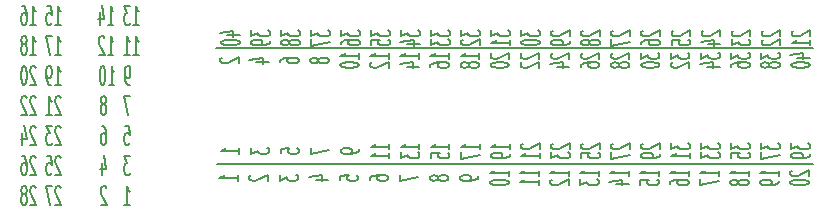
<source format=gbr>
%TF.GenerationSoftware,KiCad,Pcbnew,6.0.11*%
%TF.CreationDate,2024-12-01T18:54:20+01:00*%
%TF.ProjectId,MP6532_board_adapter,4d503635-3332-45f6-926f-6172645f6164,rev?*%
%TF.SameCoordinates,Original*%
%TF.FileFunction,Legend,Bot*%
%TF.FilePolarity,Positive*%
%FSLAX46Y46*%
G04 Gerber Fmt 4.6, Leading zero omitted, Abs format (unit mm)*
G04 Created by KiCad (PCBNEW 6.0.11) date 2024-12-01 18:54:20*
%MOMM*%
%LPD*%
G01*
G04 APERTURE LIST*
%ADD10C,0.150000*%
G04 APERTURE END LIST*
D10*
X35909047Y-39633361D02*
X36366190Y-39633361D01*
X36137619Y-39633361D02*
X36137619Y-38053361D01*
X36213809Y-38279076D01*
X36290000Y-38429552D01*
X36366190Y-38504790D01*
X35185238Y-38053361D02*
X35566190Y-38053361D01*
X35604285Y-38805742D01*
X35566190Y-38730504D01*
X35490000Y-38655266D01*
X35299523Y-38655266D01*
X35223333Y-38730504D01*
X35185238Y-38805742D01*
X35147142Y-38956219D01*
X35147142Y-39332409D01*
X35185238Y-39482885D01*
X35223333Y-39558123D01*
X35299523Y-39633361D01*
X35490000Y-39633361D01*
X35566190Y-39558123D01*
X35604285Y-39482885D01*
X33775714Y-39633361D02*
X34232857Y-39633361D01*
X34004285Y-39633361D02*
X34004285Y-38053361D01*
X34080476Y-38279076D01*
X34156666Y-38429552D01*
X34232857Y-38504790D01*
X33090000Y-38053361D02*
X33242380Y-38053361D01*
X33318571Y-38128600D01*
X33356666Y-38203838D01*
X33432857Y-38429552D01*
X33470952Y-38730504D01*
X33470952Y-39332409D01*
X33432857Y-39482885D01*
X33394761Y-39558123D01*
X33318571Y-39633361D01*
X33166190Y-39633361D01*
X33090000Y-39558123D01*
X33051904Y-39482885D01*
X33013809Y-39332409D01*
X33013809Y-38956219D01*
X33051904Y-38805742D01*
X33090000Y-38730504D01*
X33166190Y-38655266D01*
X33318571Y-38655266D01*
X33394761Y-38730504D01*
X33432857Y-38805742D01*
X33470952Y-38956219D01*
X35909047Y-42177161D02*
X36366190Y-42177161D01*
X36137619Y-42177161D02*
X36137619Y-40597161D01*
X36213809Y-40822876D01*
X36290000Y-40973352D01*
X36366190Y-41048590D01*
X35642380Y-40597161D02*
X35109047Y-40597161D01*
X35451904Y-42177161D01*
X33775714Y-42177161D02*
X34232857Y-42177161D01*
X34004285Y-42177161D02*
X34004285Y-40597161D01*
X34080476Y-40822876D01*
X34156666Y-40973352D01*
X34232857Y-41048590D01*
X33318571Y-41274304D02*
X33394761Y-41199066D01*
X33432857Y-41123828D01*
X33470952Y-40973352D01*
X33470952Y-40898114D01*
X33432857Y-40747638D01*
X33394761Y-40672400D01*
X33318571Y-40597161D01*
X33166190Y-40597161D01*
X33090000Y-40672400D01*
X33051904Y-40747638D01*
X33013809Y-40898114D01*
X33013809Y-40973352D01*
X33051904Y-41123828D01*
X33090000Y-41199066D01*
X33166190Y-41274304D01*
X33318571Y-41274304D01*
X33394761Y-41349542D01*
X33432857Y-41424780D01*
X33470952Y-41575257D01*
X33470952Y-41876209D01*
X33432857Y-42026685D01*
X33394761Y-42101923D01*
X33318571Y-42177161D01*
X33166190Y-42177161D01*
X33090000Y-42101923D01*
X33051904Y-42026685D01*
X33013809Y-41876209D01*
X33013809Y-41575257D01*
X33051904Y-41424780D01*
X33090000Y-41349542D01*
X33166190Y-41274304D01*
X35909047Y-44720961D02*
X36366190Y-44720961D01*
X36137619Y-44720961D02*
X36137619Y-43140961D01*
X36213809Y-43366676D01*
X36290000Y-43517152D01*
X36366190Y-43592390D01*
X35528095Y-44720961D02*
X35375714Y-44720961D01*
X35299523Y-44645723D01*
X35261428Y-44570485D01*
X35185238Y-44344771D01*
X35147142Y-44043819D01*
X35147142Y-43441914D01*
X35185238Y-43291438D01*
X35223333Y-43216200D01*
X35299523Y-43140961D01*
X35451904Y-43140961D01*
X35528095Y-43216200D01*
X35566190Y-43291438D01*
X35604285Y-43441914D01*
X35604285Y-43818104D01*
X35566190Y-43968580D01*
X35528095Y-44043819D01*
X35451904Y-44119057D01*
X35299523Y-44119057D01*
X35223333Y-44043819D01*
X35185238Y-43968580D01*
X35147142Y-43818104D01*
X34232857Y-43291438D02*
X34194761Y-43216200D01*
X34118571Y-43140961D01*
X33928095Y-43140961D01*
X33851904Y-43216200D01*
X33813809Y-43291438D01*
X33775714Y-43441914D01*
X33775714Y-43592390D01*
X33813809Y-43818104D01*
X34270952Y-44720961D01*
X33775714Y-44720961D01*
X33280476Y-43140961D02*
X33204285Y-43140961D01*
X33128095Y-43216200D01*
X33090000Y-43291438D01*
X33051904Y-43441914D01*
X33013809Y-43742866D01*
X33013809Y-44119057D01*
X33051904Y-44420009D01*
X33090000Y-44570485D01*
X33128095Y-44645723D01*
X33204285Y-44720961D01*
X33280476Y-44720961D01*
X33356666Y-44645723D01*
X33394761Y-44570485D01*
X33432857Y-44420009D01*
X33470952Y-44119057D01*
X33470952Y-43742866D01*
X33432857Y-43441914D01*
X33394761Y-43291438D01*
X33356666Y-43216200D01*
X33280476Y-43140961D01*
X36366190Y-45835238D02*
X36328095Y-45760000D01*
X36251904Y-45684761D01*
X36061428Y-45684761D01*
X35985238Y-45760000D01*
X35947142Y-45835238D01*
X35909047Y-45985714D01*
X35909047Y-46136190D01*
X35947142Y-46361904D01*
X36404285Y-47264761D01*
X35909047Y-47264761D01*
X35147142Y-47264761D02*
X35604285Y-47264761D01*
X35375714Y-47264761D02*
X35375714Y-45684761D01*
X35451904Y-45910476D01*
X35528095Y-46060952D01*
X35604285Y-46136190D01*
X34232857Y-45835238D02*
X34194761Y-45760000D01*
X34118571Y-45684761D01*
X33928095Y-45684761D01*
X33851904Y-45760000D01*
X33813809Y-45835238D01*
X33775714Y-45985714D01*
X33775714Y-46136190D01*
X33813809Y-46361904D01*
X34270952Y-47264761D01*
X33775714Y-47264761D01*
X33470952Y-45835238D02*
X33432857Y-45760000D01*
X33356666Y-45684761D01*
X33166190Y-45684761D01*
X33090000Y-45760000D01*
X33051904Y-45835238D01*
X33013809Y-45985714D01*
X33013809Y-46136190D01*
X33051904Y-46361904D01*
X33509047Y-47264761D01*
X33013809Y-47264761D01*
X36366190Y-48379038D02*
X36328095Y-48303800D01*
X36251904Y-48228561D01*
X36061428Y-48228561D01*
X35985238Y-48303800D01*
X35947142Y-48379038D01*
X35909047Y-48529514D01*
X35909047Y-48679990D01*
X35947142Y-48905704D01*
X36404285Y-49808561D01*
X35909047Y-49808561D01*
X35642380Y-48228561D02*
X35147142Y-48228561D01*
X35413809Y-48830466D01*
X35299523Y-48830466D01*
X35223333Y-48905704D01*
X35185238Y-48980942D01*
X35147142Y-49131419D01*
X35147142Y-49507609D01*
X35185238Y-49658085D01*
X35223333Y-49733323D01*
X35299523Y-49808561D01*
X35528095Y-49808561D01*
X35604285Y-49733323D01*
X35642380Y-49658085D01*
X34232857Y-48379038D02*
X34194761Y-48303800D01*
X34118571Y-48228561D01*
X33928095Y-48228561D01*
X33851904Y-48303800D01*
X33813809Y-48379038D01*
X33775714Y-48529514D01*
X33775714Y-48679990D01*
X33813809Y-48905704D01*
X34270952Y-49808561D01*
X33775714Y-49808561D01*
X33090000Y-48755228D02*
X33090000Y-49808561D01*
X33280476Y-48153323D02*
X33470952Y-49281895D01*
X32975714Y-49281895D01*
X36366190Y-50922838D02*
X36328095Y-50847600D01*
X36251904Y-50772361D01*
X36061428Y-50772361D01*
X35985238Y-50847600D01*
X35947142Y-50922838D01*
X35909047Y-51073314D01*
X35909047Y-51223790D01*
X35947142Y-51449504D01*
X36404285Y-52352361D01*
X35909047Y-52352361D01*
X35185238Y-50772361D02*
X35566190Y-50772361D01*
X35604285Y-51524742D01*
X35566190Y-51449504D01*
X35490000Y-51374266D01*
X35299523Y-51374266D01*
X35223333Y-51449504D01*
X35185238Y-51524742D01*
X35147142Y-51675219D01*
X35147142Y-52051409D01*
X35185238Y-52201885D01*
X35223333Y-52277123D01*
X35299523Y-52352361D01*
X35490000Y-52352361D01*
X35566190Y-52277123D01*
X35604285Y-52201885D01*
X34232857Y-50922838D02*
X34194761Y-50847600D01*
X34118571Y-50772361D01*
X33928095Y-50772361D01*
X33851904Y-50847600D01*
X33813809Y-50922838D01*
X33775714Y-51073314D01*
X33775714Y-51223790D01*
X33813809Y-51449504D01*
X34270952Y-52352361D01*
X33775714Y-52352361D01*
X33090000Y-50772361D02*
X33242380Y-50772361D01*
X33318571Y-50847600D01*
X33356666Y-50922838D01*
X33432857Y-51148552D01*
X33470952Y-51449504D01*
X33470952Y-52051409D01*
X33432857Y-52201885D01*
X33394761Y-52277123D01*
X33318571Y-52352361D01*
X33166190Y-52352361D01*
X33090000Y-52277123D01*
X33051904Y-52201885D01*
X33013809Y-52051409D01*
X33013809Y-51675219D01*
X33051904Y-51524742D01*
X33090000Y-51449504D01*
X33166190Y-51374266D01*
X33318571Y-51374266D01*
X33394761Y-51449504D01*
X33432857Y-51524742D01*
X33470952Y-51675219D01*
X36366190Y-53466638D02*
X36328095Y-53391400D01*
X36251904Y-53316161D01*
X36061428Y-53316161D01*
X35985238Y-53391400D01*
X35947142Y-53466638D01*
X35909047Y-53617114D01*
X35909047Y-53767590D01*
X35947142Y-53993304D01*
X36404285Y-54896161D01*
X35909047Y-54896161D01*
X35642380Y-53316161D02*
X35109047Y-53316161D01*
X35451904Y-54896161D01*
X34232857Y-53466638D02*
X34194761Y-53391400D01*
X34118571Y-53316161D01*
X33928095Y-53316161D01*
X33851904Y-53391400D01*
X33813809Y-53466638D01*
X33775714Y-53617114D01*
X33775714Y-53767590D01*
X33813809Y-53993304D01*
X34270952Y-54896161D01*
X33775714Y-54896161D01*
X33318571Y-53993304D02*
X33394761Y-53918066D01*
X33432857Y-53842828D01*
X33470952Y-53692352D01*
X33470952Y-53617114D01*
X33432857Y-53466638D01*
X33394761Y-53391400D01*
X33318571Y-53316161D01*
X33166190Y-53316161D01*
X33090000Y-53391400D01*
X33051904Y-53466638D01*
X33013809Y-53617114D01*
X33013809Y-53692352D01*
X33051904Y-53842828D01*
X33090000Y-53918066D01*
X33166190Y-53993304D01*
X33318571Y-53993304D01*
X33394761Y-54068542D01*
X33432857Y-54143780D01*
X33470952Y-54294257D01*
X33470952Y-54595209D01*
X33432857Y-54745685D01*
X33394761Y-54820923D01*
X33318571Y-54896161D01*
X33166190Y-54896161D01*
X33090000Y-54820923D01*
X33051904Y-54745685D01*
X33013809Y-54595209D01*
X33013809Y-54294257D01*
X33051904Y-54143780D01*
X33090000Y-54068542D01*
X33166190Y-53993304D01*
X42489047Y-39633361D02*
X42946190Y-39633361D01*
X42717619Y-39633361D02*
X42717619Y-38053361D01*
X42793809Y-38279076D01*
X42870000Y-38429552D01*
X42946190Y-38504790D01*
X42222380Y-38053361D02*
X41727142Y-38053361D01*
X41993809Y-38655266D01*
X41879523Y-38655266D01*
X41803333Y-38730504D01*
X41765238Y-38805742D01*
X41727142Y-38956219D01*
X41727142Y-39332409D01*
X41765238Y-39482885D01*
X41803333Y-39558123D01*
X41879523Y-39633361D01*
X42108095Y-39633361D01*
X42184285Y-39558123D01*
X42222380Y-39482885D01*
X40355714Y-39633361D02*
X40812857Y-39633361D01*
X40584285Y-39633361D02*
X40584285Y-38053361D01*
X40660476Y-38279076D01*
X40736666Y-38429552D01*
X40812857Y-38504790D01*
X39670000Y-38580028D02*
X39670000Y-39633361D01*
X39860476Y-37978123D02*
X40050952Y-39106695D01*
X39555714Y-39106695D01*
X42489047Y-42177161D02*
X42946190Y-42177161D01*
X42717619Y-42177161D02*
X42717619Y-40597161D01*
X42793809Y-40822876D01*
X42870000Y-40973352D01*
X42946190Y-41048590D01*
X41727142Y-42177161D02*
X42184285Y-42177161D01*
X41955714Y-42177161D02*
X41955714Y-40597161D01*
X42031904Y-40822876D01*
X42108095Y-40973352D01*
X42184285Y-41048590D01*
X40355714Y-42177161D02*
X40812857Y-42177161D01*
X40584285Y-42177161D02*
X40584285Y-40597161D01*
X40660476Y-40822876D01*
X40736666Y-40973352D01*
X40812857Y-41048590D01*
X40050952Y-40747638D02*
X40012857Y-40672400D01*
X39936666Y-40597161D01*
X39746190Y-40597161D01*
X39670000Y-40672400D01*
X39631904Y-40747638D01*
X39593809Y-40898114D01*
X39593809Y-41048590D01*
X39631904Y-41274304D01*
X40089047Y-42177161D01*
X39593809Y-42177161D01*
X42184285Y-44720961D02*
X42031904Y-44720961D01*
X41955714Y-44645723D01*
X41917619Y-44570485D01*
X41841428Y-44344771D01*
X41803333Y-44043819D01*
X41803333Y-43441914D01*
X41841428Y-43291438D01*
X41879523Y-43216200D01*
X41955714Y-43140961D01*
X42108095Y-43140961D01*
X42184285Y-43216200D01*
X42222380Y-43291438D01*
X42260476Y-43441914D01*
X42260476Y-43818104D01*
X42222380Y-43968580D01*
X42184285Y-44043819D01*
X42108095Y-44119057D01*
X41955714Y-44119057D01*
X41879523Y-44043819D01*
X41841428Y-43968580D01*
X41803333Y-43818104D01*
X40431904Y-44720961D02*
X40889047Y-44720961D01*
X40660476Y-44720961D02*
X40660476Y-43140961D01*
X40736666Y-43366676D01*
X40812857Y-43517152D01*
X40889047Y-43592390D01*
X39936666Y-43140961D02*
X39860476Y-43140961D01*
X39784285Y-43216200D01*
X39746190Y-43291438D01*
X39708095Y-43441914D01*
X39670000Y-43742866D01*
X39670000Y-44119057D01*
X39708095Y-44420009D01*
X39746190Y-44570485D01*
X39784285Y-44645723D01*
X39860476Y-44720961D01*
X39936666Y-44720961D01*
X40012857Y-44645723D01*
X40050952Y-44570485D01*
X40089047Y-44420009D01*
X40127142Y-44119057D01*
X40127142Y-43742866D01*
X40089047Y-43441914D01*
X40050952Y-43291438D01*
X40012857Y-43216200D01*
X39936666Y-43140961D01*
X42222380Y-45684761D02*
X41689047Y-45684761D01*
X42031904Y-47264761D01*
X40050952Y-46361904D02*
X40127142Y-46286666D01*
X40165238Y-46211428D01*
X40203333Y-46060952D01*
X40203333Y-45985714D01*
X40165238Y-45835238D01*
X40127142Y-45760000D01*
X40050952Y-45684761D01*
X39898571Y-45684761D01*
X39822380Y-45760000D01*
X39784285Y-45835238D01*
X39746190Y-45985714D01*
X39746190Y-46060952D01*
X39784285Y-46211428D01*
X39822380Y-46286666D01*
X39898571Y-46361904D01*
X40050952Y-46361904D01*
X40127142Y-46437142D01*
X40165238Y-46512380D01*
X40203333Y-46662857D01*
X40203333Y-46963809D01*
X40165238Y-47114285D01*
X40127142Y-47189523D01*
X40050952Y-47264761D01*
X39898571Y-47264761D01*
X39822380Y-47189523D01*
X39784285Y-47114285D01*
X39746190Y-46963809D01*
X39746190Y-46662857D01*
X39784285Y-46512380D01*
X39822380Y-46437142D01*
X39898571Y-46361904D01*
X41765238Y-48228561D02*
X42146190Y-48228561D01*
X42184285Y-48980942D01*
X42146190Y-48905704D01*
X42070000Y-48830466D01*
X41879523Y-48830466D01*
X41803333Y-48905704D01*
X41765238Y-48980942D01*
X41727142Y-49131419D01*
X41727142Y-49507609D01*
X41765238Y-49658085D01*
X41803333Y-49733323D01*
X41879523Y-49808561D01*
X42070000Y-49808561D01*
X42146190Y-49733323D01*
X42184285Y-49658085D01*
X39822380Y-48228561D02*
X39974761Y-48228561D01*
X40050952Y-48303800D01*
X40089047Y-48379038D01*
X40165238Y-48604752D01*
X40203333Y-48905704D01*
X40203333Y-49507609D01*
X40165238Y-49658085D01*
X40127142Y-49733323D01*
X40050952Y-49808561D01*
X39898571Y-49808561D01*
X39822380Y-49733323D01*
X39784285Y-49658085D01*
X39746190Y-49507609D01*
X39746190Y-49131419D01*
X39784285Y-48980942D01*
X39822380Y-48905704D01*
X39898571Y-48830466D01*
X40050952Y-48830466D01*
X40127142Y-48905704D01*
X40165238Y-48980942D01*
X40203333Y-49131419D01*
X42222380Y-50772361D02*
X41727142Y-50772361D01*
X41993809Y-51374266D01*
X41879523Y-51374266D01*
X41803333Y-51449504D01*
X41765238Y-51524742D01*
X41727142Y-51675219D01*
X41727142Y-52051409D01*
X41765238Y-52201885D01*
X41803333Y-52277123D01*
X41879523Y-52352361D01*
X42108095Y-52352361D01*
X42184285Y-52277123D01*
X42222380Y-52201885D01*
X39822380Y-51299028D02*
X39822380Y-52352361D01*
X40012857Y-50697123D02*
X40203333Y-51825695D01*
X39708095Y-51825695D01*
X41727142Y-54896161D02*
X42184285Y-54896161D01*
X41955714Y-54896161D02*
X41955714Y-53316161D01*
X42031904Y-53541876D01*
X42108095Y-53692352D01*
X42184285Y-53767590D01*
X40203333Y-53466638D02*
X40165238Y-53391400D01*
X40089047Y-53316161D01*
X39898571Y-53316161D01*
X39822380Y-53391400D01*
X39784285Y-53466638D01*
X39746190Y-53617114D01*
X39746190Y-53767590D01*
X39784285Y-53993304D01*
X40241428Y-54896161D01*
X39746190Y-54896161D01*
X49540000Y-41640000D02*
X100040000Y-41640000D01*
X49570000Y-51460000D02*
X100070000Y-51460000D01*
X50445328Y-40531428D02*
X51498661Y-40531428D01*
X49843423Y-40340952D02*
X50971995Y-40150476D01*
X50971995Y-40645714D01*
X49918661Y-41102857D02*
X49918661Y-41179047D01*
X49993900Y-41255238D01*
X50069138Y-41293333D01*
X50219614Y-41331428D01*
X50520566Y-41369523D01*
X50896757Y-41369523D01*
X51197709Y-41331428D01*
X51348185Y-41293333D01*
X51423423Y-41255238D01*
X51498661Y-41179047D01*
X51498661Y-41102857D01*
X51423423Y-41026666D01*
X51348185Y-40988571D01*
X51197709Y-40950476D01*
X50896757Y-40912380D01*
X50520566Y-40912380D01*
X50219614Y-40950476D01*
X50069138Y-40988571D01*
X49993900Y-41026666D01*
X49918661Y-41102857D01*
X52462461Y-40112380D02*
X52462461Y-40607619D01*
X53064366Y-40340952D01*
X53064366Y-40455238D01*
X53139604Y-40531428D01*
X53214842Y-40569523D01*
X53365319Y-40607619D01*
X53741509Y-40607619D01*
X53891985Y-40569523D01*
X53967223Y-40531428D01*
X54042461Y-40455238D01*
X54042461Y-40226666D01*
X53967223Y-40150476D01*
X53891985Y-40112380D01*
X54042461Y-40988571D02*
X54042461Y-41140952D01*
X53967223Y-41217142D01*
X53891985Y-41255238D01*
X53666271Y-41331428D01*
X53365319Y-41369523D01*
X52763414Y-41369523D01*
X52612938Y-41331428D01*
X52537700Y-41293333D01*
X52462461Y-41217142D01*
X52462461Y-41064761D01*
X52537700Y-40988571D01*
X52612938Y-40950476D01*
X52763414Y-40912380D01*
X53139604Y-40912380D01*
X53290080Y-40950476D01*
X53365319Y-40988571D01*
X53440557Y-41064761D01*
X53440557Y-41217142D01*
X53365319Y-41293333D01*
X53290080Y-41331428D01*
X53139604Y-41369523D01*
X55006261Y-40112380D02*
X55006261Y-40607619D01*
X55608166Y-40340952D01*
X55608166Y-40455238D01*
X55683404Y-40531428D01*
X55758642Y-40569523D01*
X55909119Y-40607619D01*
X56285309Y-40607619D01*
X56435785Y-40569523D01*
X56511023Y-40531428D01*
X56586261Y-40455238D01*
X56586261Y-40226666D01*
X56511023Y-40150476D01*
X56435785Y-40112380D01*
X55683404Y-41064761D02*
X55608166Y-40988571D01*
X55532928Y-40950476D01*
X55382452Y-40912380D01*
X55307214Y-40912380D01*
X55156738Y-40950476D01*
X55081500Y-40988571D01*
X55006261Y-41064761D01*
X55006261Y-41217142D01*
X55081500Y-41293333D01*
X55156738Y-41331428D01*
X55307214Y-41369523D01*
X55382452Y-41369523D01*
X55532928Y-41331428D01*
X55608166Y-41293333D01*
X55683404Y-41217142D01*
X55683404Y-41064761D01*
X55758642Y-40988571D01*
X55833880Y-40950476D01*
X55984357Y-40912380D01*
X56285309Y-40912380D01*
X56435785Y-40950476D01*
X56511023Y-40988571D01*
X56586261Y-41064761D01*
X56586261Y-41217142D01*
X56511023Y-41293333D01*
X56435785Y-41331428D01*
X56285309Y-41369523D01*
X55984357Y-41369523D01*
X55833880Y-41331428D01*
X55758642Y-41293333D01*
X55683404Y-41217142D01*
X57550061Y-40112380D02*
X57550061Y-40607619D01*
X58151966Y-40340952D01*
X58151966Y-40455238D01*
X58227204Y-40531428D01*
X58302442Y-40569523D01*
X58452919Y-40607619D01*
X58829109Y-40607619D01*
X58979585Y-40569523D01*
X59054823Y-40531428D01*
X59130061Y-40455238D01*
X59130061Y-40226666D01*
X59054823Y-40150476D01*
X58979585Y-40112380D01*
X57550061Y-40874285D02*
X57550061Y-41407619D01*
X59130061Y-41064761D01*
X60093861Y-40112380D02*
X60093861Y-40607619D01*
X60695766Y-40340952D01*
X60695766Y-40455238D01*
X60771004Y-40531428D01*
X60846242Y-40569523D01*
X60996719Y-40607619D01*
X61372909Y-40607619D01*
X61523385Y-40569523D01*
X61598623Y-40531428D01*
X61673861Y-40455238D01*
X61673861Y-40226666D01*
X61598623Y-40150476D01*
X61523385Y-40112380D01*
X60093861Y-41293333D02*
X60093861Y-41140952D01*
X60169100Y-41064761D01*
X60244338Y-41026666D01*
X60470052Y-40950476D01*
X60771004Y-40912380D01*
X61372909Y-40912380D01*
X61523385Y-40950476D01*
X61598623Y-40988571D01*
X61673861Y-41064761D01*
X61673861Y-41217142D01*
X61598623Y-41293333D01*
X61523385Y-41331428D01*
X61372909Y-41369523D01*
X60996719Y-41369523D01*
X60846242Y-41331428D01*
X60771004Y-41293333D01*
X60695766Y-41217142D01*
X60695766Y-41064761D01*
X60771004Y-40988571D01*
X60846242Y-40950476D01*
X60996719Y-40912380D01*
X62637661Y-40112380D02*
X62637661Y-40607619D01*
X63239566Y-40340952D01*
X63239566Y-40455238D01*
X63314804Y-40531428D01*
X63390042Y-40569523D01*
X63540519Y-40607619D01*
X63916709Y-40607619D01*
X64067185Y-40569523D01*
X64142423Y-40531428D01*
X64217661Y-40455238D01*
X64217661Y-40226666D01*
X64142423Y-40150476D01*
X64067185Y-40112380D01*
X62637661Y-41331428D02*
X62637661Y-40950476D01*
X63390042Y-40912380D01*
X63314804Y-40950476D01*
X63239566Y-41026666D01*
X63239566Y-41217142D01*
X63314804Y-41293333D01*
X63390042Y-41331428D01*
X63540519Y-41369523D01*
X63916709Y-41369523D01*
X64067185Y-41331428D01*
X64142423Y-41293333D01*
X64217661Y-41217142D01*
X64217661Y-41026666D01*
X64142423Y-40950476D01*
X64067185Y-40912380D01*
X65181461Y-40112380D02*
X65181461Y-40607619D01*
X65783366Y-40340952D01*
X65783366Y-40455238D01*
X65858604Y-40531428D01*
X65933842Y-40569523D01*
X66084319Y-40607619D01*
X66460509Y-40607619D01*
X66610985Y-40569523D01*
X66686223Y-40531428D01*
X66761461Y-40455238D01*
X66761461Y-40226666D01*
X66686223Y-40150476D01*
X66610985Y-40112380D01*
X65708128Y-41293333D02*
X66761461Y-41293333D01*
X65106223Y-41102857D02*
X66234795Y-40912380D01*
X66234795Y-41407619D01*
X67725261Y-40112380D02*
X67725261Y-40607619D01*
X68327166Y-40340952D01*
X68327166Y-40455238D01*
X68402404Y-40531428D01*
X68477642Y-40569523D01*
X68628119Y-40607619D01*
X69004309Y-40607619D01*
X69154785Y-40569523D01*
X69230023Y-40531428D01*
X69305261Y-40455238D01*
X69305261Y-40226666D01*
X69230023Y-40150476D01*
X69154785Y-40112380D01*
X67725261Y-40874285D02*
X67725261Y-41369523D01*
X68327166Y-41102857D01*
X68327166Y-41217142D01*
X68402404Y-41293333D01*
X68477642Y-41331428D01*
X68628119Y-41369523D01*
X69004309Y-41369523D01*
X69154785Y-41331428D01*
X69230023Y-41293333D01*
X69305261Y-41217142D01*
X69305261Y-40988571D01*
X69230023Y-40912380D01*
X69154785Y-40874285D01*
X70269061Y-40112380D02*
X70269061Y-40607619D01*
X70870966Y-40340952D01*
X70870966Y-40455238D01*
X70946204Y-40531428D01*
X71021442Y-40569523D01*
X71171919Y-40607619D01*
X71548109Y-40607619D01*
X71698585Y-40569523D01*
X71773823Y-40531428D01*
X71849061Y-40455238D01*
X71849061Y-40226666D01*
X71773823Y-40150476D01*
X71698585Y-40112380D01*
X70419538Y-40912380D02*
X70344300Y-40950476D01*
X70269061Y-41026666D01*
X70269061Y-41217142D01*
X70344300Y-41293333D01*
X70419538Y-41331428D01*
X70570014Y-41369523D01*
X70720490Y-41369523D01*
X70946204Y-41331428D01*
X71849061Y-40874285D01*
X71849061Y-41369523D01*
X72812861Y-40112380D02*
X72812861Y-40607619D01*
X73414766Y-40340952D01*
X73414766Y-40455238D01*
X73490004Y-40531428D01*
X73565242Y-40569523D01*
X73715719Y-40607619D01*
X74091909Y-40607619D01*
X74242385Y-40569523D01*
X74317623Y-40531428D01*
X74392861Y-40455238D01*
X74392861Y-40226666D01*
X74317623Y-40150476D01*
X74242385Y-40112380D01*
X74392861Y-41369523D02*
X74392861Y-40912380D01*
X74392861Y-41140952D02*
X72812861Y-41140952D01*
X73038576Y-41064761D01*
X73189052Y-40988571D01*
X73264290Y-40912380D01*
X75356661Y-40112380D02*
X75356661Y-40607619D01*
X75958566Y-40340952D01*
X75958566Y-40455238D01*
X76033804Y-40531428D01*
X76109042Y-40569523D01*
X76259519Y-40607619D01*
X76635709Y-40607619D01*
X76786185Y-40569523D01*
X76861423Y-40531428D01*
X76936661Y-40455238D01*
X76936661Y-40226666D01*
X76861423Y-40150476D01*
X76786185Y-40112380D01*
X75356661Y-41102857D02*
X75356661Y-41179047D01*
X75431900Y-41255238D01*
X75507138Y-41293333D01*
X75657614Y-41331428D01*
X75958566Y-41369523D01*
X76334757Y-41369523D01*
X76635709Y-41331428D01*
X76786185Y-41293333D01*
X76861423Y-41255238D01*
X76936661Y-41179047D01*
X76936661Y-41102857D01*
X76861423Y-41026666D01*
X76786185Y-40988571D01*
X76635709Y-40950476D01*
X76334757Y-40912380D01*
X75958566Y-40912380D01*
X75657614Y-40950476D01*
X75507138Y-40988571D01*
X75431900Y-41026666D01*
X75356661Y-41102857D01*
X78050938Y-40150476D02*
X77975700Y-40188571D01*
X77900461Y-40264761D01*
X77900461Y-40455238D01*
X77975700Y-40531428D01*
X78050938Y-40569523D01*
X78201414Y-40607619D01*
X78351890Y-40607619D01*
X78577604Y-40569523D01*
X79480461Y-40112380D01*
X79480461Y-40607619D01*
X79480461Y-40988571D02*
X79480461Y-41140952D01*
X79405223Y-41217142D01*
X79329985Y-41255238D01*
X79104271Y-41331428D01*
X78803319Y-41369523D01*
X78201414Y-41369523D01*
X78050938Y-41331428D01*
X77975700Y-41293333D01*
X77900461Y-41217142D01*
X77900461Y-41064761D01*
X77975700Y-40988571D01*
X78050938Y-40950476D01*
X78201414Y-40912380D01*
X78577604Y-40912380D01*
X78728080Y-40950476D01*
X78803319Y-40988571D01*
X78878557Y-41064761D01*
X78878557Y-41217142D01*
X78803319Y-41293333D01*
X78728080Y-41331428D01*
X78577604Y-41369523D01*
X80594738Y-40150476D02*
X80519500Y-40188571D01*
X80444261Y-40264761D01*
X80444261Y-40455238D01*
X80519500Y-40531428D01*
X80594738Y-40569523D01*
X80745214Y-40607619D01*
X80895690Y-40607619D01*
X81121404Y-40569523D01*
X82024261Y-40112380D01*
X82024261Y-40607619D01*
X81121404Y-41064761D02*
X81046166Y-40988571D01*
X80970928Y-40950476D01*
X80820452Y-40912380D01*
X80745214Y-40912380D01*
X80594738Y-40950476D01*
X80519500Y-40988571D01*
X80444261Y-41064761D01*
X80444261Y-41217142D01*
X80519500Y-41293333D01*
X80594738Y-41331428D01*
X80745214Y-41369523D01*
X80820452Y-41369523D01*
X80970928Y-41331428D01*
X81046166Y-41293333D01*
X81121404Y-41217142D01*
X81121404Y-41064761D01*
X81196642Y-40988571D01*
X81271880Y-40950476D01*
X81422357Y-40912380D01*
X81723309Y-40912380D01*
X81873785Y-40950476D01*
X81949023Y-40988571D01*
X82024261Y-41064761D01*
X82024261Y-41217142D01*
X81949023Y-41293333D01*
X81873785Y-41331428D01*
X81723309Y-41369523D01*
X81422357Y-41369523D01*
X81271880Y-41331428D01*
X81196642Y-41293333D01*
X81121404Y-41217142D01*
X83138538Y-40150476D02*
X83063300Y-40188571D01*
X82988061Y-40264761D01*
X82988061Y-40455238D01*
X83063300Y-40531428D01*
X83138538Y-40569523D01*
X83289014Y-40607619D01*
X83439490Y-40607619D01*
X83665204Y-40569523D01*
X84568061Y-40112380D01*
X84568061Y-40607619D01*
X82988061Y-40874285D02*
X82988061Y-41407619D01*
X84568061Y-41064761D01*
X85682338Y-40150476D02*
X85607100Y-40188571D01*
X85531861Y-40264761D01*
X85531861Y-40455238D01*
X85607100Y-40531428D01*
X85682338Y-40569523D01*
X85832814Y-40607619D01*
X85983290Y-40607619D01*
X86209004Y-40569523D01*
X87111861Y-40112380D01*
X87111861Y-40607619D01*
X85531861Y-41293333D02*
X85531861Y-41140952D01*
X85607100Y-41064761D01*
X85682338Y-41026666D01*
X85908052Y-40950476D01*
X86209004Y-40912380D01*
X86810909Y-40912380D01*
X86961385Y-40950476D01*
X87036623Y-40988571D01*
X87111861Y-41064761D01*
X87111861Y-41217142D01*
X87036623Y-41293333D01*
X86961385Y-41331428D01*
X86810909Y-41369523D01*
X86434719Y-41369523D01*
X86284242Y-41331428D01*
X86209004Y-41293333D01*
X86133766Y-41217142D01*
X86133766Y-41064761D01*
X86209004Y-40988571D01*
X86284242Y-40950476D01*
X86434719Y-40912380D01*
X88226138Y-40150476D02*
X88150900Y-40188571D01*
X88075661Y-40264761D01*
X88075661Y-40455238D01*
X88150900Y-40531428D01*
X88226138Y-40569523D01*
X88376614Y-40607619D01*
X88527090Y-40607619D01*
X88752804Y-40569523D01*
X89655661Y-40112380D01*
X89655661Y-40607619D01*
X88075661Y-41331428D02*
X88075661Y-40950476D01*
X88828042Y-40912380D01*
X88752804Y-40950476D01*
X88677566Y-41026666D01*
X88677566Y-41217142D01*
X88752804Y-41293333D01*
X88828042Y-41331428D01*
X88978519Y-41369523D01*
X89354709Y-41369523D01*
X89505185Y-41331428D01*
X89580423Y-41293333D01*
X89655661Y-41217142D01*
X89655661Y-41026666D01*
X89580423Y-40950476D01*
X89505185Y-40912380D01*
X90769938Y-40150476D02*
X90694700Y-40188571D01*
X90619461Y-40264761D01*
X90619461Y-40455238D01*
X90694700Y-40531428D01*
X90769938Y-40569523D01*
X90920414Y-40607619D01*
X91070890Y-40607619D01*
X91296604Y-40569523D01*
X92199461Y-40112380D01*
X92199461Y-40607619D01*
X91146128Y-41293333D02*
X92199461Y-41293333D01*
X90544223Y-41102857D02*
X91672795Y-40912380D01*
X91672795Y-41407619D01*
X93313738Y-40150476D02*
X93238500Y-40188571D01*
X93163261Y-40264761D01*
X93163261Y-40455238D01*
X93238500Y-40531428D01*
X93313738Y-40569523D01*
X93464214Y-40607619D01*
X93614690Y-40607619D01*
X93840404Y-40569523D01*
X94743261Y-40112380D01*
X94743261Y-40607619D01*
X93163261Y-40874285D02*
X93163261Y-41369523D01*
X93765166Y-41102857D01*
X93765166Y-41217142D01*
X93840404Y-41293333D01*
X93915642Y-41331428D01*
X94066119Y-41369523D01*
X94442309Y-41369523D01*
X94592785Y-41331428D01*
X94668023Y-41293333D01*
X94743261Y-41217142D01*
X94743261Y-40988571D01*
X94668023Y-40912380D01*
X94592785Y-40874285D01*
X95857538Y-40150476D02*
X95782300Y-40188571D01*
X95707061Y-40264761D01*
X95707061Y-40455238D01*
X95782300Y-40531428D01*
X95857538Y-40569523D01*
X96008014Y-40607619D01*
X96158490Y-40607619D01*
X96384204Y-40569523D01*
X97287061Y-40112380D01*
X97287061Y-40607619D01*
X95857538Y-40912380D02*
X95782300Y-40950476D01*
X95707061Y-41026666D01*
X95707061Y-41217142D01*
X95782300Y-41293333D01*
X95857538Y-41331428D01*
X96008014Y-41369523D01*
X96158490Y-41369523D01*
X96384204Y-41331428D01*
X97287061Y-40874285D01*
X97287061Y-41369523D01*
X98401338Y-40150476D02*
X98326100Y-40188571D01*
X98250861Y-40264761D01*
X98250861Y-40455238D01*
X98326100Y-40531428D01*
X98401338Y-40569523D01*
X98551814Y-40607619D01*
X98702290Y-40607619D01*
X98928004Y-40569523D01*
X99830861Y-40112380D01*
X99830861Y-40607619D01*
X99830861Y-41369523D02*
X99830861Y-40912380D01*
X99830861Y-41140952D02*
X98250861Y-41140952D01*
X98476576Y-41064761D01*
X98627052Y-40988571D01*
X98702290Y-40912380D01*
X51378661Y-52818571D02*
X51378661Y-52361428D01*
X51378661Y-52590000D02*
X49798661Y-52590000D01*
X50024376Y-52513809D01*
X50174852Y-52437619D01*
X50250090Y-52361428D01*
X52492938Y-52361428D02*
X52417700Y-52399523D01*
X52342461Y-52475714D01*
X52342461Y-52666190D01*
X52417700Y-52742380D01*
X52492938Y-52780476D01*
X52643414Y-52818571D01*
X52793890Y-52818571D01*
X53019604Y-52780476D01*
X53922461Y-52323333D01*
X53922461Y-52818571D01*
X54886261Y-52323333D02*
X54886261Y-52818571D01*
X55488166Y-52551904D01*
X55488166Y-52666190D01*
X55563404Y-52742380D01*
X55638642Y-52780476D01*
X55789119Y-52818571D01*
X56165309Y-52818571D01*
X56315785Y-52780476D01*
X56391023Y-52742380D01*
X56466261Y-52666190D01*
X56466261Y-52437619D01*
X56391023Y-52361428D01*
X56315785Y-52323333D01*
X57956728Y-52742380D02*
X59010061Y-52742380D01*
X57354823Y-52551904D02*
X58483395Y-52361428D01*
X58483395Y-52856666D01*
X59973861Y-52780476D02*
X59973861Y-52399523D01*
X60726242Y-52361428D01*
X60651004Y-52399523D01*
X60575766Y-52475714D01*
X60575766Y-52666190D01*
X60651004Y-52742380D01*
X60726242Y-52780476D01*
X60876719Y-52818571D01*
X61252909Y-52818571D01*
X61403385Y-52780476D01*
X61478623Y-52742380D01*
X61553861Y-52666190D01*
X61553861Y-52475714D01*
X61478623Y-52399523D01*
X61403385Y-52361428D01*
X62517661Y-52742380D02*
X62517661Y-52590000D01*
X62592900Y-52513809D01*
X62668138Y-52475714D01*
X62893852Y-52399523D01*
X63194804Y-52361428D01*
X63796709Y-52361428D01*
X63947185Y-52399523D01*
X64022423Y-52437619D01*
X64097661Y-52513809D01*
X64097661Y-52666190D01*
X64022423Y-52742380D01*
X63947185Y-52780476D01*
X63796709Y-52818571D01*
X63420519Y-52818571D01*
X63270042Y-52780476D01*
X63194804Y-52742380D01*
X63119566Y-52666190D01*
X63119566Y-52513809D01*
X63194804Y-52437619D01*
X63270042Y-52399523D01*
X63420519Y-52361428D01*
X65061461Y-52323333D02*
X65061461Y-52856666D01*
X66641461Y-52513809D01*
X68282404Y-52513809D02*
X68207166Y-52437619D01*
X68131928Y-52399523D01*
X67981452Y-52361428D01*
X67906214Y-52361428D01*
X67755738Y-52399523D01*
X67680500Y-52437619D01*
X67605261Y-52513809D01*
X67605261Y-52666190D01*
X67680500Y-52742380D01*
X67755738Y-52780476D01*
X67906214Y-52818571D01*
X67981452Y-52818571D01*
X68131928Y-52780476D01*
X68207166Y-52742380D01*
X68282404Y-52666190D01*
X68282404Y-52513809D01*
X68357642Y-52437619D01*
X68432880Y-52399523D01*
X68583357Y-52361428D01*
X68884309Y-52361428D01*
X69034785Y-52399523D01*
X69110023Y-52437619D01*
X69185261Y-52513809D01*
X69185261Y-52666190D01*
X69110023Y-52742380D01*
X69034785Y-52780476D01*
X68884309Y-52818571D01*
X68583357Y-52818571D01*
X68432880Y-52780476D01*
X68357642Y-52742380D01*
X68282404Y-52666190D01*
X71729061Y-52437619D02*
X71729061Y-52590000D01*
X71653823Y-52666190D01*
X71578585Y-52704285D01*
X71352871Y-52780476D01*
X71051919Y-52818571D01*
X70450014Y-52818571D01*
X70299538Y-52780476D01*
X70224300Y-52742380D01*
X70149061Y-52666190D01*
X70149061Y-52513809D01*
X70224300Y-52437619D01*
X70299538Y-52399523D01*
X70450014Y-52361428D01*
X70826204Y-52361428D01*
X70976680Y-52399523D01*
X71051919Y-52437619D01*
X71127157Y-52513809D01*
X71127157Y-52666190D01*
X71051919Y-52742380D01*
X70976680Y-52780476D01*
X70826204Y-52818571D01*
X74272861Y-52437619D02*
X74272861Y-51980476D01*
X74272861Y-52209047D02*
X72692861Y-52209047D01*
X72918576Y-52132857D01*
X73069052Y-52056666D01*
X73144290Y-51980476D01*
X72692861Y-52932857D02*
X72692861Y-53009047D01*
X72768100Y-53085238D01*
X72843338Y-53123333D01*
X72993814Y-53161428D01*
X73294766Y-53199523D01*
X73670957Y-53199523D01*
X73971909Y-53161428D01*
X74122385Y-53123333D01*
X74197623Y-53085238D01*
X74272861Y-53009047D01*
X74272861Y-52932857D01*
X74197623Y-52856666D01*
X74122385Y-52818571D01*
X73971909Y-52780476D01*
X73670957Y-52742380D01*
X73294766Y-52742380D01*
X72993814Y-52780476D01*
X72843338Y-52818571D01*
X72768100Y-52856666D01*
X72692861Y-52932857D01*
X76816661Y-52437619D02*
X76816661Y-51980476D01*
X76816661Y-52209047D02*
X75236661Y-52209047D01*
X75462376Y-52132857D01*
X75612852Y-52056666D01*
X75688090Y-51980476D01*
X76816661Y-53199523D02*
X76816661Y-52742380D01*
X76816661Y-52970952D02*
X75236661Y-52970952D01*
X75462376Y-52894761D01*
X75612852Y-52818571D01*
X75688090Y-52742380D01*
X79360461Y-52437619D02*
X79360461Y-51980476D01*
X79360461Y-52209047D02*
X77780461Y-52209047D01*
X78006176Y-52132857D01*
X78156652Y-52056666D01*
X78231890Y-51980476D01*
X77930938Y-52742380D02*
X77855700Y-52780476D01*
X77780461Y-52856666D01*
X77780461Y-53047142D01*
X77855700Y-53123333D01*
X77930938Y-53161428D01*
X78081414Y-53199523D01*
X78231890Y-53199523D01*
X78457604Y-53161428D01*
X79360461Y-52704285D01*
X79360461Y-53199523D01*
X81904261Y-52437619D02*
X81904261Y-51980476D01*
X81904261Y-52209047D02*
X80324261Y-52209047D01*
X80549976Y-52132857D01*
X80700452Y-52056666D01*
X80775690Y-51980476D01*
X80324261Y-52704285D02*
X80324261Y-53199523D01*
X80926166Y-52932857D01*
X80926166Y-53047142D01*
X81001404Y-53123333D01*
X81076642Y-53161428D01*
X81227119Y-53199523D01*
X81603309Y-53199523D01*
X81753785Y-53161428D01*
X81829023Y-53123333D01*
X81904261Y-53047142D01*
X81904261Y-52818571D01*
X81829023Y-52742380D01*
X81753785Y-52704285D01*
X84448061Y-52437619D02*
X84448061Y-51980476D01*
X84448061Y-52209047D02*
X82868061Y-52209047D01*
X83093776Y-52132857D01*
X83244252Y-52056666D01*
X83319490Y-51980476D01*
X83394728Y-53123333D02*
X84448061Y-53123333D01*
X82792823Y-52932857D02*
X83921395Y-52742380D01*
X83921395Y-53237619D01*
X86991861Y-52437619D02*
X86991861Y-51980476D01*
X86991861Y-52209047D02*
X85411861Y-52209047D01*
X85637576Y-52132857D01*
X85788052Y-52056666D01*
X85863290Y-51980476D01*
X85411861Y-53161428D02*
X85411861Y-52780476D01*
X86164242Y-52742380D01*
X86089004Y-52780476D01*
X86013766Y-52856666D01*
X86013766Y-53047142D01*
X86089004Y-53123333D01*
X86164242Y-53161428D01*
X86314719Y-53199523D01*
X86690909Y-53199523D01*
X86841385Y-53161428D01*
X86916623Y-53123333D01*
X86991861Y-53047142D01*
X86991861Y-52856666D01*
X86916623Y-52780476D01*
X86841385Y-52742380D01*
X89535661Y-52437619D02*
X89535661Y-51980476D01*
X89535661Y-52209047D02*
X87955661Y-52209047D01*
X88181376Y-52132857D01*
X88331852Y-52056666D01*
X88407090Y-51980476D01*
X87955661Y-53123333D02*
X87955661Y-52970952D01*
X88030900Y-52894761D01*
X88106138Y-52856666D01*
X88331852Y-52780476D01*
X88632804Y-52742380D01*
X89234709Y-52742380D01*
X89385185Y-52780476D01*
X89460423Y-52818571D01*
X89535661Y-52894761D01*
X89535661Y-53047142D01*
X89460423Y-53123333D01*
X89385185Y-53161428D01*
X89234709Y-53199523D01*
X88858519Y-53199523D01*
X88708042Y-53161428D01*
X88632804Y-53123333D01*
X88557566Y-53047142D01*
X88557566Y-52894761D01*
X88632804Y-52818571D01*
X88708042Y-52780476D01*
X88858519Y-52742380D01*
X92079461Y-52437619D02*
X92079461Y-51980476D01*
X92079461Y-52209047D02*
X90499461Y-52209047D01*
X90725176Y-52132857D01*
X90875652Y-52056666D01*
X90950890Y-51980476D01*
X90499461Y-52704285D02*
X90499461Y-53237619D01*
X92079461Y-52894761D01*
X94623261Y-52437619D02*
X94623261Y-51980476D01*
X94623261Y-52209047D02*
X93043261Y-52209047D01*
X93268976Y-52132857D01*
X93419452Y-52056666D01*
X93494690Y-51980476D01*
X93720404Y-52894761D02*
X93645166Y-52818571D01*
X93569928Y-52780476D01*
X93419452Y-52742380D01*
X93344214Y-52742380D01*
X93193738Y-52780476D01*
X93118500Y-52818571D01*
X93043261Y-52894761D01*
X93043261Y-53047142D01*
X93118500Y-53123333D01*
X93193738Y-53161428D01*
X93344214Y-53199523D01*
X93419452Y-53199523D01*
X93569928Y-53161428D01*
X93645166Y-53123333D01*
X93720404Y-53047142D01*
X93720404Y-52894761D01*
X93795642Y-52818571D01*
X93870880Y-52780476D01*
X94021357Y-52742380D01*
X94322309Y-52742380D01*
X94472785Y-52780476D01*
X94548023Y-52818571D01*
X94623261Y-52894761D01*
X94623261Y-53047142D01*
X94548023Y-53123333D01*
X94472785Y-53161428D01*
X94322309Y-53199523D01*
X94021357Y-53199523D01*
X93870880Y-53161428D01*
X93795642Y-53123333D01*
X93720404Y-53047142D01*
X97167061Y-52437619D02*
X97167061Y-51980476D01*
X97167061Y-52209047D02*
X95587061Y-52209047D01*
X95812776Y-52132857D01*
X95963252Y-52056666D01*
X96038490Y-51980476D01*
X97167061Y-52818571D02*
X97167061Y-52970952D01*
X97091823Y-53047142D01*
X97016585Y-53085238D01*
X96790871Y-53161428D01*
X96489919Y-53199523D01*
X95888014Y-53199523D01*
X95737538Y-53161428D01*
X95662300Y-53123333D01*
X95587061Y-53047142D01*
X95587061Y-52894761D01*
X95662300Y-52818571D01*
X95737538Y-52780476D01*
X95888014Y-52742380D01*
X96264204Y-52742380D01*
X96414680Y-52780476D01*
X96489919Y-52818571D01*
X96565157Y-52894761D01*
X96565157Y-53047142D01*
X96489919Y-53123333D01*
X96414680Y-53161428D01*
X96264204Y-53199523D01*
X98281338Y-51980476D02*
X98206100Y-52018571D01*
X98130861Y-52094761D01*
X98130861Y-52285238D01*
X98206100Y-52361428D01*
X98281338Y-52399523D01*
X98431814Y-52437619D01*
X98582290Y-52437619D01*
X98808004Y-52399523D01*
X99710861Y-51942380D01*
X99710861Y-52437619D01*
X98130861Y-52932857D02*
X98130861Y-53009047D01*
X98206100Y-53085238D01*
X98281338Y-53123333D01*
X98431814Y-53161428D01*
X98732766Y-53199523D01*
X99108957Y-53199523D01*
X99409909Y-53161428D01*
X99560385Y-53123333D01*
X99635623Y-53085238D01*
X99710861Y-53009047D01*
X99710861Y-52932857D01*
X99635623Y-52856666D01*
X99560385Y-52818571D01*
X99409909Y-52780476D01*
X99108957Y-52742380D01*
X98732766Y-52742380D01*
X98431814Y-52780476D01*
X98281338Y-52818571D01*
X98206100Y-52856666D01*
X98130861Y-52932857D01*
X50009138Y-42421428D02*
X49933900Y-42459523D01*
X49858661Y-42535714D01*
X49858661Y-42726190D01*
X49933900Y-42802380D01*
X50009138Y-42840476D01*
X50159614Y-42878571D01*
X50310090Y-42878571D01*
X50535804Y-42840476D01*
X51438661Y-42383333D01*
X51438661Y-42878571D01*
X52929128Y-42802380D02*
X53982461Y-42802380D01*
X52327223Y-42611904D02*
X53455795Y-42421428D01*
X53455795Y-42916666D01*
X54946261Y-42802380D02*
X54946261Y-42650000D01*
X55021500Y-42573809D01*
X55096738Y-42535714D01*
X55322452Y-42459523D01*
X55623404Y-42421428D01*
X56225309Y-42421428D01*
X56375785Y-42459523D01*
X56451023Y-42497619D01*
X56526261Y-42573809D01*
X56526261Y-42726190D01*
X56451023Y-42802380D01*
X56375785Y-42840476D01*
X56225309Y-42878571D01*
X55849119Y-42878571D01*
X55698642Y-42840476D01*
X55623404Y-42802380D01*
X55548166Y-42726190D01*
X55548166Y-42573809D01*
X55623404Y-42497619D01*
X55698642Y-42459523D01*
X55849119Y-42421428D01*
X58167204Y-42573809D02*
X58091966Y-42497619D01*
X58016728Y-42459523D01*
X57866252Y-42421428D01*
X57791014Y-42421428D01*
X57640538Y-42459523D01*
X57565300Y-42497619D01*
X57490061Y-42573809D01*
X57490061Y-42726190D01*
X57565300Y-42802380D01*
X57640538Y-42840476D01*
X57791014Y-42878571D01*
X57866252Y-42878571D01*
X58016728Y-42840476D01*
X58091966Y-42802380D01*
X58167204Y-42726190D01*
X58167204Y-42573809D01*
X58242442Y-42497619D01*
X58317680Y-42459523D01*
X58468157Y-42421428D01*
X58769109Y-42421428D01*
X58919585Y-42459523D01*
X58994823Y-42497619D01*
X59070061Y-42573809D01*
X59070061Y-42726190D01*
X58994823Y-42802380D01*
X58919585Y-42840476D01*
X58769109Y-42878571D01*
X58468157Y-42878571D01*
X58317680Y-42840476D01*
X58242442Y-42802380D01*
X58167204Y-42726190D01*
X61613861Y-42497619D02*
X61613861Y-42040476D01*
X61613861Y-42269047D02*
X60033861Y-42269047D01*
X60259576Y-42192857D01*
X60410052Y-42116666D01*
X60485290Y-42040476D01*
X60033861Y-42992857D02*
X60033861Y-43069047D01*
X60109100Y-43145238D01*
X60184338Y-43183333D01*
X60334814Y-43221428D01*
X60635766Y-43259523D01*
X61011957Y-43259523D01*
X61312909Y-43221428D01*
X61463385Y-43183333D01*
X61538623Y-43145238D01*
X61613861Y-43069047D01*
X61613861Y-42992857D01*
X61538623Y-42916666D01*
X61463385Y-42878571D01*
X61312909Y-42840476D01*
X61011957Y-42802380D01*
X60635766Y-42802380D01*
X60334814Y-42840476D01*
X60184338Y-42878571D01*
X60109100Y-42916666D01*
X60033861Y-42992857D01*
X64157661Y-42497619D02*
X64157661Y-42040476D01*
X64157661Y-42269047D02*
X62577661Y-42269047D01*
X62803376Y-42192857D01*
X62953852Y-42116666D01*
X63029090Y-42040476D01*
X62728138Y-42802380D02*
X62652900Y-42840476D01*
X62577661Y-42916666D01*
X62577661Y-43107142D01*
X62652900Y-43183333D01*
X62728138Y-43221428D01*
X62878614Y-43259523D01*
X63029090Y-43259523D01*
X63254804Y-43221428D01*
X64157661Y-42764285D01*
X64157661Y-43259523D01*
X66701461Y-42497619D02*
X66701461Y-42040476D01*
X66701461Y-42269047D02*
X65121461Y-42269047D01*
X65347176Y-42192857D01*
X65497652Y-42116666D01*
X65572890Y-42040476D01*
X65648128Y-43183333D02*
X66701461Y-43183333D01*
X65046223Y-42992857D02*
X66174795Y-42802380D01*
X66174795Y-43297619D01*
X69245261Y-42497619D02*
X69245261Y-42040476D01*
X69245261Y-42269047D02*
X67665261Y-42269047D01*
X67890976Y-42192857D01*
X68041452Y-42116666D01*
X68116690Y-42040476D01*
X67665261Y-43183333D02*
X67665261Y-43030952D01*
X67740500Y-42954761D01*
X67815738Y-42916666D01*
X68041452Y-42840476D01*
X68342404Y-42802380D01*
X68944309Y-42802380D01*
X69094785Y-42840476D01*
X69170023Y-42878571D01*
X69245261Y-42954761D01*
X69245261Y-43107142D01*
X69170023Y-43183333D01*
X69094785Y-43221428D01*
X68944309Y-43259523D01*
X68568119Y-43259523D01*
X68417642Y-43221428D01*
X68342404Y-43183333D01*
X68267166Y-43107142D01*
X68267166Y-42954761D01*
X68342404Y-42878571D01*
X68417642Y-42840476D01*
X68568119Y-42802380D01*
X71789061Y-42497619D02*
X71789061Y-42040476D01*
X71789061Y-42269047D02*
X70209061Y-42269047D01*
X70434776Y-42192857D01*
X70585252Y-42116666D01*
X70660490Y-42040476D01*
X70886204Y-42954761D02*
X70810966Y-42878571D01*
X70735728Y-42840476D01*
X70585252Y-42802380D01*
X70510014Y-42802380D01*
X70359538Y-42840476D01*
X70284300Y-42878571D01*
X70209061Y-42954761D01*
X70209061Y-43107142D01*
X70284300Y-43183333D01*
X70359538Y-43221428D01*
X70510014Y-43259523D01*
X70585252Y-43259523D01*
X70735728Y-43221428D01*
X70810966Y-43183333D01*
X70886204Y-43107142D01*
X70886204Y-42954761D01*
X70961442Y-42878571D01*
X71036680Y-42840476D01*
X71187157Y-42802380D01*
X71488109Y-42802380D01*
X71638585Y-42840476D01*
X71713823Y-42878571D01*
X71789061Y-42954761D01*
X71789061Y-43107142D01*
X71713823Y-43183333D01*
X71638585Y-43221428D01*
X71488109Y-43259523D01*
X71187157Y-43259523D01*
X71036680Y-43221428D01*
X70961442Y-43183333D01*
X70886204Y-43107142D01*
X72903338Y-42040476D02*
X72828100Y-42078571D01*
X72752861Y-42154761D01*
X72752861Y-42345238D01*
X72828100Y-42421428D01*
X72903338Y-42459523D01*
X73053814Y-42497619D01*
X73204290Y-42497619D01*
X73430004Y-42459523D01*
X74332861Y-42002380D01*
X74332861Y-42497619D01*
X72752861Y-42992857D02*
X72752861Y-43069047D01*
X72828100Y-43145238D01*
X72903338Y-43183333D01*
X73053814Y-43221428D01*
X73354766Y-43259523D01*
X73730957Y-43259523D01*
X74031909Y-43221428D01*
X74182385Y-43183333D01*
X74257623Y-43145238D01*
X74332861Y-43069047D01*
X74332861Y-42992857D01*
X74257623Y-42916666D01*
X74182385Y-42878571D01*
X74031909Y-42840476D01*
X73730957Y-42802380D01*
X73354766Y-42802380D01*
X73053814Y-42840476D01*
X72903338Y-42878571D01*
X72828100Y-42916666D01*
X72752861Y-42992857D01*
X75447138Y-42040476D02*
X75371900Y-42078571D01*
X75296661Y-42154761D01*
X75296661Y-42345238D01*
X75371900Y-42421428D01*
X75447138Y-42459523D01*
X75597614Y-42497619D01*
X75748090Y-42497619D01*
X75973804Y-42459523D01*
X76876661Y-42002380D01*
X76876661Y-42497619D01*
X75447138Y-42802380D02*
X75371900Y-42840476D01*
X75296661Y-42916666D01*
X75296661Y-43107142D01*
X75371900Y-43183333D01*
X75447138Y-43221428D01*
X75597614Y-43259523D01*
X75748090Y-43259523D01*
X75973804Y-43221428D01*
X76876661Y-42764285D01*
X76876661Y-43259523D01*
X77990938Y-42040476D02*
X77915700Y-42078571D01*
X77840461Y-42154761D01*
X77840461Y-42345238D01*
X77915700Y-42421428D01*
X77990938Y-42459523D01*
X78141414Y-42497619D01*
X78291890Y-42497619D01*
X78517604Y-42459523D01*
X79420461Y-42002380D01*
X79420461Y-42497619D01*
X78367128Y-43183333D02*
X79420461Y-43183333D01*
X77765223Y-42992857D02*
X78893795Y-42802380D01*
X78893795Y-43297619D01*
X80534738Y-42040476D02*
X80459500Y-42078571D01*
X80384261Y-42154761D01*
X80384261Y-42345238D01*
X80459500Y-42421428D01*
X80534738Y-42459523D01*
X80685214Y-42497619D01*
X80835690Y-42497619D01*
X81061404Y-42459523D01*
X81964261Y-42002380D01*
X81964261Y-42497619D01*
X80384261Y-43183333D02*
X80384261Y-43030952D01*
X80459500Y-42954761D01*
X80534738Y-42916666D01*
X80760452Y-42840476D01*
X81061404Y-42802380D01*
X81663309Y-42802380D01*
X81813785Y-42840476D01*
X81889023Y-42878571D01*
X81964261Y-42954761D01*
X81964261Y-43107142D01*
X81889023Y-43183333D01*
X81813785Y-43221428D01*
X81663309Y-43259523D01*
X81287119Y-43259523D01*
X81136642Y-43221428D01*
X81061404Y-43183333D01*
X80986166Y-43107142D01*
X80986166Y-42954761D01*
X81061404Y-42878571D01*
X81136642Y-42840476D01*
X81287119Y-42802380D01*
X83078538Y-42040476D02*
X83003300Y-42078571D01*
X82928061Y-42154761D01*
X82928061Y-42345238D01*
X83003300Y-42421428D01*
X83078538Y-42459523D01*
X83229014Y-42497619D01*
X83379490Y-42497619D01*
X83605204Y-42459523D01*
X84508061Y-42002380D01*
X84508061Y-42497619D01*
X83605204Y-42954761D02*
X83529966Y-42878571D01*
X83454728Y-42840476D01*
X83304252Y-42802380D01*
X83229014Y-42802380D01*
X83078538Y-42840476D01*
X83003300Y-42878571D01*
X82928061Y-42954761D01*
X82928061Y-43107142D01*
X83003300Y-43183333D01*
X83078538Y-43221428D01*
X83229014Y-43259523D01*
X83304252Y-43259523D01*
X83454728Y-43221428D01*
X83529966Y-43183333D01*
X83605204Y-43107142D01*
X83605204Y-42954761D01*
X83680442Y-42878571D01*
X83755680Y-42840476D01*
X83906157Y-42802380D01*
X84207109Y-42802380D01*
X84357585Y-42840476D01*
X84432823Y-42878571D01*
X84508061Y-42954761D01*
X84508061Y-43107142D01*
X84432823Y-43183333D01*
X84357585Y-43221428D01*
X84207109Y-43259523D01*
X83906157Y-43259523D01*
X83755680Y-43221428D01*
X83680442Y-43183333D01*
X83605204Y-43107142D01*
X85471861Y-42002380D02*
X85471861Y-42497619D01*
X86073766Y-42230952D01*
X86073766Y-42345238D01*
X86149004Y-42421428D01*
X86224242Y-42459523D01*
X86374719Y-42497619D01*
X86750909Y-42497619D01*
X86901385Y-42459523D01*
X86976623Y-42421428D01*
X87051861Y-42345238D01*
X87051861Y-42116666D01*
X86976623Y-42040476D01*
X86901385Y-42002380D01*
X85471861Y-42992857D02*
X85471861Y-43069047D01*
X85547100Y-43145238D01*
X85622338Y-43183333D01*
X85772814Y-43221428D01*
X86073766Y-43259523D01*
X86449957Y-43259523D01*
X86750909Y-43221428D01*
X86901385Y-43183333D01*
X86976623Y-43145238D01*
X87051861Y-43069047D01*
X87051861Y-42992857D01*
X86976623Y-42916666D01*
X86901385Y-42878571D01*
X86750909Y-42840476D01*
X86449957Y-42802380D01*
X86073766Y-42802380D01*
X85772814Y-42840476D01*
X85622338Y-42878571D01*
X85547100Y-42916666D01*
X85471861Y-42992857D01*
X88015661Y-42002380D02*
X88015661Y-42497619D01*
X88617566Y-42230952D01*
X88617566Y-42345238D01*
X88692804Y-42421428D01*
X88768042Y-42459523D01*
X88918519Y-42497619D01*
X89294709Y-42497619D01*
X89445185Y-42459523D01*
X89520423Y-42421428D01*
X89595661Y-42345238D01*
X89595661Y-42116666D01*
X89520423Y-42040476D01*
X89445185Y-42002380D01*
X88166138Y-42802380D02*
X88090900Y-42840476D01*
X88015661Y-42916666D01*
X88015661Y-43107142D01*
X88090900Y-43183333D01*
X88166138Y-43221428D01*
X88316614Y-43259523D01*
X88467090Y-43259523D01*
X88692804Y-43221428D01*
X89595661Y-42764285D01*
X89595661Y-43259523D01*
X90559461Y-42002380D02*
X90559461Y-42497619D01*
X91161366Y-42230952D01*
X91161366Y-42345238D01*
X91236604Y-42421428D01*
X91311842Y-42459523D01*
X91462319Y-42497619D01*
X91838509Y-42497619D01*
X91988985Y-42459523D01*
X92064223Y-42421428D01*
X92139461Y-42345238D01*
X92139461Y-42116666D01*
X92064223Y-42040476D01*
X91988985Y-42002380D01*
X91086128Y-43183333D02*
X92139461Y-43183333D01*
X90484223Y-42992857D02*
X91612795Y-42802380D01*
X91612795Y-43297619D01*
X93103261Y-42002380D02*
X93103261Y-42497619D01*
X93705166Y-42230952D01*
X93705166Y-42345238D01*
X93780404Y-42421428D01*
X93855642Y-42459523D01*
X94006119Y-42497619D01*
X94382309Y-42497619D01*
X94532785Y-42459523D01*
X94608023Y-42421428D01*
X94683261Y-42345238D01*
X94683261Y-42116666D01*
X94608023Y-42040476D01*
X94532785Y-42002380D01*
X93103261Y-43183333D02*
X93103261Y-43030952D01*
X93178500Y-42954761D01*
X93253738Y-42916666D01*
X93479452Y-42840476D01*
X93780404Y-42802380D01*
X94382309Y-42802380D01*
X94532785Y-42840476D01*
X94608023Y-42878571D01*
X94683261Y-42954761D01*
X94683261Y-43107142D01*
X94608023Y-43183333D01*
X94532785Y-43221428D01*
X94382309Y-43259523D01*
X94006119Y-43259523D01*
X93855642Y-43221428D01*
X93780404Y-43183333D01*
X93705166Y-43107142D01*
X93705166Y-42954761D01*
X93780404Y-42878571D01*
X93855642Y-42840476D01*
X94006119Y-42802380D01*
X95647061Y-42002380D02*
X95647061Y-42497619D01*
X96248966Y-42230952D01*
X96248966Y-42345238D01*
X96324204Y-42421428D01*
X96399442Y-42459523D01*
X96549919Y-42497619D01*
X96926109Y-42497619D01*
X97076585Y-42459523D01*
X97151823Y-42421428D01*
X97227061Y-42345238D01*
X97227061Y-42116666D01*
X97151823Y-42040476D01*
X97076585Y-42002380D01*
X96324204Y-42954761D02*
X96248966Y-42878571D01*
X96173728Y-42840476D01*
X96023252Y-42802380D01*
X95948014Y-42802380D01*
X95797538Y-42840476D01*
X95722300Y-42878571D01*
X95647061Y-42954761D01*
X95647061Y-43107142D01*
X95722300Y-43183333D01*
X95797538Y-43221428D01*
X95948014Y-43259523D01*
X96023252Y-43259523D01*
X96173728Y-43221428D01*
X96248966Y-43183333D01*
X96324204Y-43107142D01*
X96324204Y-42954761D01*
X96399442Y-42878571D01*
X96474680Y-42840476D01*
X96625157Y-42802380D01*
X96926109Y-42802380D01*
X97076585Y-42840476D01*
X97151823Y-42878571D01*
X97227061Y-42954761D01*
X97227061Y-43107142D01*
X97151823Y-43183333D01*
X97076585Y-43221428D01*
X96926109Y-43259523D01*
X96625157Y-43259523D01*
X96474680Y-43221428D01*
X96399442Y-43183333D01*
X96324204Y-43107142D01*
X98717528Y-42421428D02*
X99770861Y-42421428D01*
X98115623Y-42230952D02*
X99244195Y-42040476D01*
X99244195Y-42535714D01*
X98190861Y-42992857D02*
X98190861Y-43069047D01*
X98266100Y-43145238D01*
X98341338Y-43183333D01*
X98491814Y-43221428D01*
X98792766Y-43259523D01*
X99168957Y-43259523D01*
X99469909Y-43221428D01*
X99620385Y-43183333D01*
X99695623Y-43145238D01*
X99770861Y-43069047D01*
X99770861Y-42992857D01*
X99695623Y-42916666D01*
X99620385Y-42878571D01*
X99469909Y-42840476D01*
X99168957Y-42802380D01*
X98792766Y-42802380D01*
X98491814Y-42840476D01*
X98341338Y-42878571D01*
X98266100Y-42916666D01*
X98190861Y-42992857D01*
X51468661Y-50558571D02*
X51468661Y-50101428D01*
X51468661Y-50330000D02*
X49888661Y-50330000D01*
X50114376Y-50253809D01*
X50264852Y-50177619D01*
X50340090Y-50101428D01*
X52432461Y-50063333D02*
X52432461Y-50558571D01*
X53034366Y-50291904D01*
X53034366Y-50406190D01*
X53109604Y-50482380D01*
X53184842Y-50520476D01*
X53335319Y-50558571D01*
X53711509Y-50558571D01*
X53861985Y-50520476D01*
X53937223Y-50482380D01*
X54012461Y-50406190D01*
X54012461Y-50177619D01*
X53937223Y-50101428D01*
X53861985Y-50063333D01*
X54976261Y-50520476D02*
X54976261Y-50139523D01*
X55728642Y-50101428D01*
X55653404Y-50139523D01*
X55578166Y-50215714D01*
X55578166Y-50406190D01*
X55653404Y-50482380D01*
X55728642Y-50520476D01*
X55879119Y-50558571D01*
X56255309Y-50558571D01*
X56405785Y-50520476D01*
X56481023Y-50482380D01*
X56556261Y-50406190D01*
X56556261Y-50215714D01*
X56481023Y-50139523D01*
X56405785Y-50101428D01*
X57520061Y-50063333D02*
X57520061Y-50596666D01*
X59100061Y-50253809D01*
X61643861Y-50177619D02*
X61643861Y-50330000D01*
X61568623Y-50406190D01*
X61493385Y-50444285D01*
X61267671Y-50520476D01*
X60966719Y-50558571D01*
X60364814Y-50558571D01*
X60214338Y-50520476D01*
X60139100Y-50482380D01*
X60063861Y-50406190D01*
X60063861Y-50253809D01*
X60139100Y-50177619D01*
X60214338Y-50139523D01*
X60364814Y-50101428D01*
X60741004Y-50101428D01*
X60891480Y-50139523D01*
X60966719Y-50177619D01*
X61041957Y-50253809D01*
X61041957Y-50406190D01*
X60966719Y-50482380D01*
X60891480Y-50520476D01*
X60741004Y-50558571D01*
X64187661Y-50177619D02*
X64187661Y-49720476D01*
X64187661Y-49949047D02*
X62607661Y-49949047D01*
X62833376Y-49872857D01*
X62983852Y-49796666D01*
X63059090Y-49720476D01*
X64187661Y-50939523D02*
X64187661Y-50482380D01*
X64187661Y-50710952D02*
X62607661Y-50710952D01*
X62833376Y-50634761D01*
X62983852Y-50558571D01*
X63059090Y-50482380D01*
X66731461Y-50177619D02*
X66731461Y-49720476D01*
X66731461Y-49949047D02*
X65151461Y-49949047D01*
X65377176Y-49872857D01*
X65527652Y-49796666D01*
X65602890Y-49720476D01*
X65151461Y-50444285D02*
X65151461Y-50939523D01*
X65753366Y-50672857D01*
X65753366Y-50787142D01*
X65828604Y-50863333D01*
X65903842Y-50901428D01*
X66054319Y-50939523D01*
X66430509Y-50939523D01*
X66580985Y-50901428D01*
X66656223Y-50863333D01*
X66731461Y-50787142D01*
X66731461Y-50558571D01*
X66656223Y-50482380D01*
X66580985Y-50444285D01*
X69275261Y-50177619D02*
X69275261Y-49720476D01*
X69275261Y-49949047D02*
X67695261Y-49949047D01*
X67920976Y-49872857D01*
X68071452Y-49796666D01*
X68146690Y-49720476D01*
X67695261Y-50901428D02*
X67695261Y-50520476D01*
X68447642Y-50482380D01*
X68372404Y-50520476D01*
X68297166Y-50596666D01*
X68297166Y-50787142D01*
X68372404Y-50863333D01*
X68447642Y-50901428D01*
X68598119Y-50939523D01*
X68974309Y-50939523D01*
X69124785Y-50901428D01*
X69200023Y-50863333D01*
X69275261Y-50787142D01*
X69275261Y-50596666D01*
X69200023Y-50520476D01*
X69124785Y-50482380D01*
X71819061Y-50177619D02*
X71819061Y-49720476D01*
X71819061Y-49949047D02*
X70239061Y-49949047D01*
X70464776Y-49872857D01*
X70615252Y-49796666D01*
X70690490Y-49720476D01*
X70239061Y-50444285D02*
X70239061Y-50977619D01*
X71819061Y-50634761D01*
X74362861Y-50177619D02*
X74362861Y-49720476D01*
X74362861Y-49949047D02*
X72782861Y-49949047D01*
X73008576Y-49872857D01*
X73159052Y-49796666D01*
X73234290Y-49720476D01*
X74362861Y-50558571D02*
X74362861Y-50710952D01*
X74287623Y-50787142D01*
X74212385Y-50825238D01*
X73986671Y-50901428D01*
X73685719Y-50939523D01*
X73083814Y-50939523D01*
X72933338Y-50901428D01*
X72858100Y-50863333D01*
X72782861Y-50787142D01*
X72782861Y-50634761D01*
X72858100Y-50558571D01*
X72933338Y-50520476D01*
X73083814Y-50482380D01*
X73460004Y-50482380D01*
X73610480Y-50520476D01*
X73685719Y-50558571D01*
X73760957Y-50634761D01*
X73760957Y-50787142D01*
X73685719Y-50863333D01*
X73610480Y-50901428D01*
X73460004Y-50939523D01*
X75477138Y-49720476D02*
X75401900Y-49758571D01*
X75326661Y-49834761D01*
X75326661Y-50025238D01*
X75401900Y-50101428D01*
X75477138Y-50139523D01*
X75627614Y-50177619D01*
X75778090Y-50177619D01*
X76003804Y-50139523D01*
X76906661Y-49682380D01*
X76906661Y-50177619D01*
X76906661Y-50939523D02*
X76906661Y-50482380D01*
X76906661Y-50710952D02*
X75326661Y-50710952D01*
X75552376Y-50634761D01*
X75702852Y-50558571D01*
X75778090Y-50482380D01*
X78020938Y-49720476D02*
X77945700Y-49758571D01*
X77870461Y-49834761D01*
X77870461Y-50025238D01*
X77945700Y-50101428D01*
X78020938Y-50139523D01*
X78171414Y-50177619D01*
X78321890Y-50177619D01*
X78547604Y-50139523D01*
X79450461Y-49682380D01*
X79450461Y-50177619D01*
X77870461Y-50444285D02*
X77870461Y-50939523D01*
X78472366Y-50672857D01*
X78472366Y-50787142D01*
X78547604Y-50863333D01*
X78622842Y-50901428D01*
X78773319Y-50939523D01*
X79149509Y-50939523D01*
X79299985Y-50901428D01*
X79375223Y-50863333D01*
X79450461Y-50787142D01*
X79450461Y-50558571D01*
X79375223Y-50482380D01*
X79299985Y-50444285D01*
X80564738Y-49720476D02*
X80489500Y-49758571D01*
X80414261Y-49834761D01*
X80414261Y-50025238D01*
X80489500Y-50101428D01*
X80564738Y-50139523D01*
X80715214Y-50177619D01*
X80865690Y-50177619D01*
X81091404Y-50139523D01*
X81994261Y-49682380D01*
X81994261Y-50177619D01*
X80414261Y-50901428D02*
X80414261Y-50520476D01*
X81166642Y-50482380D01*
X81091404Y-50520476D01*
X81016166Y-50596666D01*
X81016166Y-50787142D01*
X81091404Y-50863333D01*
X81166642Y-50901428D01*
X81317119Y-50939523D01*
X81693309Y-50939523D01*
X81843785Y-50901428D01*
X81919023Y-50863333D01*
X81994261Y-50787142D01*
X81994261Y-50596666D01*
X81919023Y-50520476D01*
X81843785Y-50482380D01*
X83108538Y-49720476D02*
X83033300Y-49758571D01*
X82958061Y-49834761D01*
X82958061Y-50025238D01*
X83033300Y-50101428D01*
X83108538Y-50139523D01*
X83259014Y-50177619D01*
X83409490Y-50177619D01*
X83635204Y-50139523D01*
X84538061Y-49682380D01*
X84538061Y-50177619D01*
X82958061Y-50444285D02*
X82958061Y-50977619D01*
X84538061Y-50634761D01*
X85652338Y-49720476D02*
X85577100Y-49758571D01*
X85501861Y-49834761D01*
X85501861Y-50025238D01*
X85577100Y-50101428D01*
X85652338Y-50139523D01*
X85802814Y-50177619D01*
X85953290Y-50177619D01*
X86179004Y-50139523D01*
X87081861Y-49682380D01*
X87081861Y-50177619D01*
X87081861Y-50558571D02*
X87081861Y-50710952D01*
X87006623Y-50787142D01*
X86931385Y-50825238D01*
X86705671Y-50901428D01*
X86404719Y-50939523D01*
X85802814Y-50939523D01*
X85652338Y-50901428D01*
X85577100Y-50863333D01*
X85501861Y-50787142D01*
X85501861Y-50634761D01*
X85577100Y-50558571D01*
X85652338Y-50520476D01*
X85802814Y-50482380D01*
X86179004Y-50482380D01*
X86329480Y-50520476D01*
X86404719Y-50558571D01*
X86479957Y-50634761D01*
X86479957Y-50787142D01*
X86404719Y-50863333D01*
X86329480Y-50901428D01*
X86179004Y-50939523D01*
X88045661Y-49682380D02*
X88045661Y-50177619D01*
X88647566Y-49910952D01*
X88647566Y-50025238D01*
X88722804Y-50101428D01*
X88798042Y-50139523D01*
X88948519Y-50177619D01*
X89324709Y-50177619D01*
X89475185Y-50139523D01*
X89550423Y-50101428D01*
X89625661Y-50025238D01*
X89625661Y-49796666D01*
X89550423Y-49720476D01*
X89475185Y-49682380D01*
X89625661Y-50939523D02*
X89625661Y-50482380D01*
X89625661Y-50710952D02*
X88045661Y-50710952D01*
X88271376Y-50634761D01*
X88421852Y-50558571D01*
X88497090Y-50482380D01*
X90589461Y-49682380D02*
X90589461Y-50177619D01*
X91191366Y-49910952D01*
X91191366Y-50025238D01*
X91266604Y-50101428D01*
X91341842Y-50139523D01*
X91492319Y-50177619D01*
X91868509Y-50177619D01*
X92018985Y-50139523D01*
X92094223Y-50101428D01*
X92169461Y-50025238D01*
X92169461Y-49796666D01*
X92094223Y-49720476D01*
X92018985Y-49682380D01*
X90589461Y-50444285D02*
X90589461Y-50939523D01*
X91191366Y-50672857D01*
X91191366Y-50787142D01*
X91266604Y-50863333D01*
X91341842Y-50901428D01*
X91492319Y-50939523D01*
X91868509Y-50939523D01*
X92018985Y-50901428D01*
X92094223Y-50863333D01*
X92169461Y-50787142D01*
X92169461Y-50558571D01*
X92094223Y-50482380D01*
X92018985Y-50444285D01*
X93133261Y-49682380D02*
X93133261Y-50177619D01*
X93735166Y-49910952D01*
X93735166Y-50025238D01*
X93810404Y-50101428D01*
X93885642Y-50139523D01*
X94036119Y-50177619D01*
X94412309Y-50177619D01*
X94562785Y-50139523D01*
X94638023Y-50101428D01*
X94713261Y-50025238D01*
X94713261Y-49796666D01*
X94638023Y-49720476D01*
X94562785Y-49682380D01*
X93133261Y-50901428D02*
X93133261Y-50520476D01*
X93885642Y-50482380D01*
X93810404Y-50520476D01*
X93735166Y-50596666D01*
X93735166Y-50787142D01*
X93810404Y-50863333D01*
X93885642Y-50901428D01*
X94036119Y-50939523D01*
X94412309Y-50939523D01*
X94562785Y-50901428D01*
X94638023Y-50863333D01*
X94713261Y-50787142D01*
X94713261Y-50596666D01*
X94638023Y-50520476D01*
X94562785Y-50482380D01*
X95677061Y-49682380D02*
X95677061Y-50177619D01*
X96278966Y-49910952D01*
X96278966Y-50025238D01*
X96354204Y-50101428D01*
X96429442Y-50139523D01*
X96579919Y-50177619D01*
X96956109Y-50177619D01*
X97106585Y-50139523D01*
X97181823Y-50101428D01*
X97257061Y-50025238D01*
X97257061Y-49796666D01*
X97181823Y-49720476D01*
X97106585Y-49682380D01*
X95677061Y-50444285D02*
X95677061Y-50977619D01*
X97257061Y-50634761D01*
X98220861Y-49682380D02*
X98220861Y-50177619D01*
X98822766Y-49910952D01*
X98822766Y-50025238D01*
X98898004Y-50101428D01*
X98973242Y-50139523D01*
X99123719Y-50177619D01*
X99499909Y-50177619D01*
X99650385Y-50139523D01*
X99725623Y-50101428D01*
X99800861Y-50025238D01*
X99800861Y-49796666D01*
X99725623Y-49720476D01*
X99650385Y-49682380D01*
X99800861Y-50558571D02*
X99800861Y-50710952D01*
X99725623Y-50787142D01*
X99650385Y-50825238D01*
X99424671Y-50901428D01*
X99123719Y-50939523D01*
X98521814Y-50939523D01*
X98371338Y-50901428D01*
X98296100Y-50863333D01*
X98220861Y-50787142D01*
X98220861Y-50634761D01*
X98296100Y-50558571D01*
X98371338Y-50520476D01*
X98521814Y-50482380D01*
X98898004Y-50482380D01*
X99048480Y-50520476D01*
X99123719Y-50558571D01*
X99198957Y-50634761D01*
X99198957Y-50787142D01*
X99123719Y-50863333D01*
X99048480Y-50901428D01*
X98898004Y-50939523D01*
M02*

</source>
